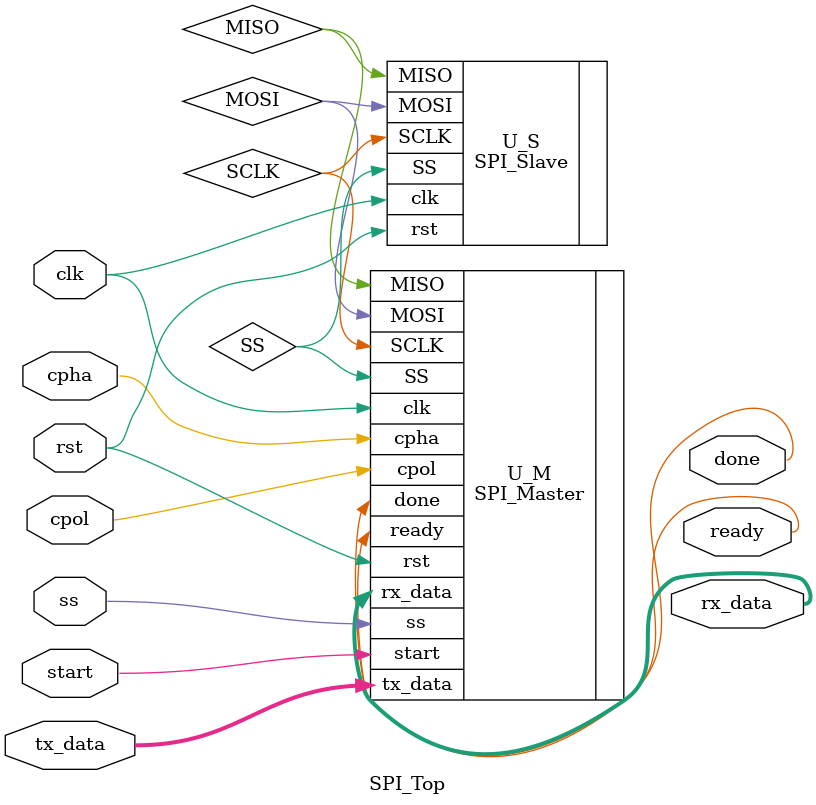
<source format=v>
`timescale 1ns / 1ps


module SPI_Top(
    input            clk,
    input            rst,
    input            cpol,
    input            cpha,
    input            start,
    input            ss,
    input      [7:0] tx_data,
    output     [7:0] rx_data,
    output       done,
    output       ready
);

wire SS, MISO, MOSI, SCLK;

SPI_Master U_M (
    // global signals
    // internal signals
    // external port
    .clk(clk),
    .rst(rst),
    .cpol(cpol),
    .cpha(cpha),
    .start(start),
    .ss(ss),
    .tx_data(tx_data),
    .rx_data(rx_data),
    .done(done),
    .ready(ready),
    .SCLK(SCLK),
    .MOSI(MOSI),
    .MISO(MISO),
    .SS(SS)
);

SPI_Slave U_S (
    // global signals
    .clk(clk),
    .rst(rst),
    .SCLK(SCLK),
    .MOSI(MOSI),
    .MISO(MISO),
    .SS(SS)
);


endmodule

</source>
